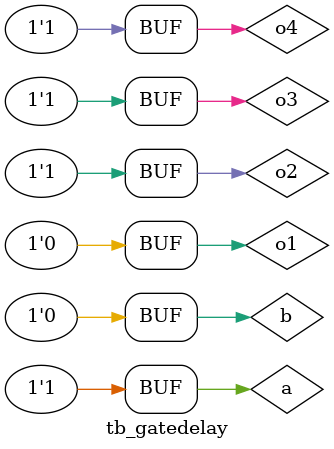
<source format=v>
module tb_gatedelay;
  reg a,b;
  wire o1,o2,o3,o4;
  
  and #(5) a1(o1,a,b); //these values in the brackets are rise and fall delays, to provide max and min delay use(max:min)
  or #(5,6) o(o2,a,b);
  nand #(3,4) n(o3,a,b);
  buf #(4,5) b1(o4,a);
  
  initial begin
    {a,b}={1'b0,1'b0};
    //repeat(5) begin
    #5 {a,b}={1'b0,1'b1};  //  at 5 ns a=0, b=1
    #5 {a,b}={1'b1,1'b0};  //  at 10 ns a=1, b=0
    #5 {a,b}={1'b0,1'b1};  //  at 15 ns a=0, b=1
    #5 {a,b}={1'b1,1'b0};  //  at 20 ns a=1, b=0
    $monitor("simtime=%0t, a=%0d, b=%0d, o1=%0d, o2=%0d, o3=%0d, o4=%0d",$time,a,b,o1,o2,o3,o4);
    //end
  end
  
  initial begin
    //#100; $finish;
    $dumpfile("1.vcd");
    $dumpvars;
  end
endmodule


</source>
